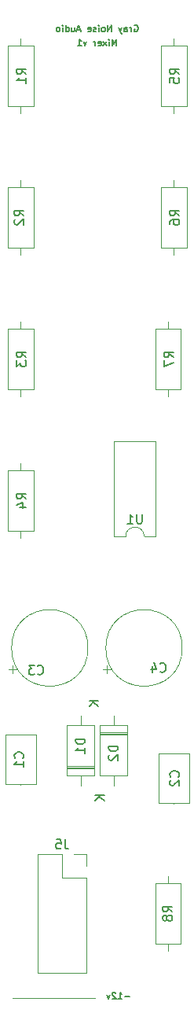
<source format=gbr>
%TF.GenerationSoftware,KiCad,Pcbnew,5.1.7-1.fc31*%
%TF.CreationDate,2021-04-20T15:52:53-04:00*%
%TF.ProjectId,4xmixer,34786d69-7865-4722-9e6b-696361645f70,rev?*%
%TF.SameCoordinates,Original*%
%TF.FileFunction,Legend,Bot*%
%TF.FilePolarity,Positive*%
%FSLAX46Y46*%
G04 Gerber Fmt 4.6, Leading zero omitted, Abs format (unit mm)*
G04 Created by KiCad (PCBNEW 5.1.7-1.fc31) date 2021-04-20 15:52:53*
%MOMM*%
%LPD*%
G01*
G04 APERTURE LIST*
%ADD10C,0.150000*%
%ADD11C,0.120000*%
G04 APERTURE END LIST*
D10*
X37626666Y-23430666D02*
X37626666Y-22730666D01*
X37393333Y-23230666D01*
X37160000Y-22730666D01*
X37160000Y-23430666D01*
X36826666Y-23430666D02*
X36826666Y-22964000D01*
X36826666Y-22730666D02*
X36860000Y-22764000D01*
X36826666Y-22797333D01*
X36793333Y-22764000D01*
X36826666Y-22730666D01*
X36826666Y-22797333D01*
X36560000Y-23430666D02*
X36193333Y-22964000D01*
X36560000Y-22964000D02*
X36193333Y-23430666D01*
X35660000Y-23397333D02*
X35726666Y-23430666D01*
X35860000Y-23430666D01*
X35926666Y-23397333D01*
X35960000Y-23330666D01*
X35960000Y-23064000D01*
X35926666Y-22997333D01*
X35860000Y-22964000D01*
X35726666Y-22964000D01*
X35660000Y-22997333D01*
X35626666Y-23064000D01*
X35626666Y-23130666D01*
X35960000Y-23197333D01*
X35326666Y-23430666D02*
X35326666Y-22964000D01*
X35326666Y-23097333D02*
X35293333Y-23030666D01*
X35260000Y-22997333D01*
X35193333Y-22964000D01*
X35126666Y-22964000D01*
X34426666Y-22964000D02*
X34260000Y-23430666D01*
X34093333Y-22964000D01*
X33460000Y-23430666D02*
X33860000Y-23430666D01*
X33660000Y-23430666D02*
X33660000Y-22730666D01*
X33726666Y-22830666D01*
X33793333Y-22897333D01*
X33860000Y-22930666D01*
X39560000Y-21240000D02*
X39626666Y-21206666D01*
X39726666Y-21206666D01*
X39826666Y-21240000D01*
X39893333Y-21306666D01*
X39926666Y-21373333D01*
X39960000Y-21506666D01*
X39960000Y-21606666D01*
X39926666Y-21740000D01*
X39893333Y-21806666D01*
X39826666Y-21873333D01*
X39726666Y-21906666D01*
X39660000Y-21906666D01*
X39560000Y-21873333D01*
X39526666Y-21840000D01*
X39526666Y-21606666D01*
X39660000Y-21606666D01*
X39226666Y-21906666D02*
X39226666Y-21440000D01*
X39226666Y-21573333D02*
X39193333Y-21506666D01*
X39160000Y-21473333D01*
X39093333Y-21440000D01*
X39026666Y-21440000D01*
X38493333Y-21906666D02*
X38493333Y-21540000D01*
X38526666Y-21473333D01*
X38593333Y-21440000D01*
X38726666Y-21440000D01*
X38793333Y-21473333D01*
X38493333Y-21873333D02*
X38560000Y-21906666D01*
X38726666Y-21906666D01*
X38793333Y-21873333D01*
X38826666Y-21806666D01*
X38826666Y-21740000D01*
X38793333Y-21673333D01*
X38726666Y-21640000D01*
X38560000Y-21640000D01*
X38493333Y-21606666D01*
X38226666Y-21440000D02*
X38060000Y-21906666D01*
X37893333Y-21440000D02*
X38060000Y-21906666D01*
X38126666Y-22073333D01*
X38160000Y-22106666D01*
X38226666Y-22140000D01*
X37093333Y-21906666D02*
X37093333Y-21206666D01*
X36693333Y-21906666D01*
X36693333Y-21206666D01*
X36260000Y-21906666D02*
X36326666Y-21873333D01*
X36360000Y-21840000D01*
X36393333Y-21773333D01*
X36393333Y-21573333D01*
X36360000Y-21506666D01*
X36326666Y-21473333D01*
X36260000Y-21440000D01*
X36160000Y-21440000D01*
X36093333Y-21473333D01*
X36060000Y-21506666D01*
X36026666Y-21573333D01*
X36026666Y-21773333D01*
X36060000Y-21840000D01*
X36093333Y-21873333D01*
X36160000Y-21906666D01*
X36260000Y-21906666D01*
X35726666Y-21906666D02*
X35726666Y-21440000D01*
X35726666Y-21206666D02*
X35760000Y-21240000D01*
X35726666Y-21273333D01*
X35693333Y-21240000D01*
X35726666Y-21206666D01*
X35726666Y-21273333D01*
X35426666Y-21873333D02*
X35360000Y-21906666D01*
X35226666Y-21906666D01*
X35160000Y-21873333D01*
X35126666Y-21806666D01*
X35126666Y-21773333D01*
X35160000Y-21706666D01*
X35226666Y-21673333D01*
X35326666Y-21673333D01*
X35393333Y-21640000D01*
X35426666Y-21573333D01*
X35426666Y-21540000D01*
X35393333Y-21473333D01*
X35326666Y-21440000D01*
X35226666Y-21440000D01*
X35160000Y-21473333D01*
X34560000Y-21873333D02*
X34626666Y-21906666D01*
X34760000Y-21906666D01*
X34826666Y-21873333D01*
X34860000Y-21806666D01*
X34860000Y-21540000D01*
X34826666Y-21473333D01*
X34760000Y-21440000D01*
X34626666Y-21440000D01*
X34560000Y-21473333D01*
X34526666Y-21540000D01*
X34526666Y-21606666D01*
X34860000Y-21673333D01*
X33726666Y-21706666D02*
X33393333Y-21706666D01*
X33793333Y-21906666D02*
X33560000Y-21206666D01*
X33326666Y-21906666D01*
X32793333Y-21440000D02*
X32793333Y-21906666D01*
X33093333Y-21440000D02*
X33093333Y-21806666D01*
X33060000Y-21873333D01*
X32993333Y-21906666D01*
X32893333Y-21906666D01*
X32826666Y-21873333D01*
X32793333Y-21840000D01*
X32160000Y-21906666D02*
X32160000Y-21206666D01*
X32160000Y-21873333D02*
X32226666Y-21906666D01*
X32360000Y-21906666D01*
X32426666Y-21873333D01*
X32460000Y-21840000D01*
X32493333Y-21773333D01*
X32493333Y-21573333D01*
X32460000Y-21506666D01*
X32426666Y-21473333D01*
X32360000Y-21440000D01*
X32226666Y-21440000D01*
X32160000Y-21473333D01*
X31826666Y-21906666D02*
X31826666Y-21440000D01*
X31826666Y-21206666D02*
X31860000Y-21240000D01*
X31826666Y-21273333D01*
X31793333Y-21240000D01*
X31826666Y-21206666D01*
X31826666Y-21273333D01*
X31393333Y-21906666D02*
X31460000Y-21873333D01*
X31493333Y-21840000D01*
X31526666Y-21773333D01*
X31526666Y-21573333D01*
X31493333Y-21506666D01*
X31460000Y-21473333D01*
X31393333Y-21440000D01*
X31293333Y-21440000D01*
X31226666Y-21473333D01*
X31193333Y-21506666D01*
X31160000Y-21573333D01*
X31160000Y-21773333D01*
X31193333Y-21840000D01*
X31226666Y-21873333D01*
X31293333Y-21906666D01*
X31393333Y-21906666D01*
X39046000Y-125780000D02*
X38512666Y-125780000D01*
X37812666Y-126046666D02*
X38212666Y-126046666D01*
X38012666Y-126046666D02*
X38012666Y-125346666D01*
X38079333Y-125446666D01*
X38146000Y-125513333D01*
X38212666Y-125546666D01*
X37546000Y-125413333D02*
X37512666Y-125380000D01*
X37446000Y-125346666D01*
X37279333Y-125346666D01*
X37212666Y-125380000D01*
X37179333Y-125413333D01*
X37146000Y-125480000D01*
X37146000Y-125546666D01*
X37179333Y-125646666D01*
X37579333Y-126046666D01*
X37146000Y-126046666D01*
X36912666Y-125580000D02*
X36746000Y-126046666D01*
X36579333Y-125580000D01*
D11*
X26416000Y-125984000D02*
X35306000Y-125984000D01*
%TO.C,U1*%
X40624000Y-76260000D02*
G75*
G03*
X38624000Y-76260000I-1000000J0D01*
G01*
X38624000Y-76260000D02*
X37374000Y-76260000D01*
X37374000Y-76260000D02*
X37374000Y-65980000D01*
X37374000Y-65980000D02*
X41874000Y-65980000D01*
X41874000Y-65980000D02*
X41874000Y-76260000D01*
X41874000Y-76260000D02*
X40624000Y-76260000D01*
%TO.C,R8*%
X44550000Y-120110000D02*
X41810000Y-120110000D01*
X41810000Y-120110000D02*
X41810000Y-113570000D01*
X41810000Y-113570000D02*
X44550000Y-113570000D01*
X44550000Y-113570000D02*
X44550000Y-120110000D01*
X43180000Y-120880000D02*
X43180000Y-120110000D01*
X43180000Y-112800000D02*
X43180000Y-113570000D01*
%TO.C,R7*%
X44550000Y-60420000D02*
X41810000Y-60420000D01*
X41810000Y-60420000D02*
X41810000Y-53880000D01*
X41810000Y-53880000D02*
X44550000Y-53880000D01*
X44550000Y-53880000D02*
X44550000Y-60420000D01*
X43180000Y-61190000D02*
X43180000Y-60420000D01*
X43180000Y-53110000D02*
X43180000Y-53880000D01*
%TO.C,R6*%
X45185000Y-45180000D02*
X42445000Y-45180000D01*
X42445000Y-45180000D02*
X42445000Y-38640000D01*
X42445000Y-38640000D02*
X45185000Y-38640000D01*
X45185000Y-38640000D02*
X45185000Y-45180000D01*
X43815000Y-45950000D02*
X43815000Y-45180000D01*
X43815000Y-37870000D02*
X43815000Y-38640000D01*
%TO.C,R5*%
X45185000Y-29940000D02*
X42445000Y-29940000D01*
X42445000Y-29940000D02*
X42445000Y-23400000D01*
X42445000Y-23400000D02*
X45185000Y-23400000D01*
X45185000Y-23400000D02*
X45185000Y-29940000D01*
X43815000Y-30710000D02*
X43815000Y-29940000D01*
X43815000Y-22630000D02*
X43815000Y-23400000D01*
%TO.C,R4*%
X28675000Y-75660000D02*
X25935000Y-75660000D01*
X25935000Y-75660000D02*
X25935000Y-69120000D01*
X25935000Y-69120000D02*
X28675000Y-69120000D01*
X28675000Y-69120000D02*
X28675000Y-75660000D01*
X27305000Y-76430000D02*
X27305000Y-75660000D01*
X27305000Y-68350000D02*
X27305000Y-69120000D01*
%TO.C,R3*%
X28675000Y-60420000D02*
X25935000Y-60420000D01*
X25935000Y-60420000D02*
X25935000Y-53880000D01*
X25935000Y-53880000D02*
X28675000Y-53880000D01*
X28675000Y-53880000D02*
X28675000Y-60420000D01*
X27305000Y-61190000D02*
X27305000Y-60420000D01*
X27305000Y-53110000D02*
X27305000Y-53880000D01*
%TO.C,R2*%
X28675000Y-45180000D02*
X25935000Y-45180000D01*
X25935000Y-45180000D02*
X25935000Y-38640000D01*
X25935000Y-38640000D02*
X28675000Y-38640000D01*
X28675000Y-38640000D02*
X28675000Y-45180000D01*
X27305000Y-45950000D02*
X27305000Y-45180000D01*
X27305000Y-37870000D02*
X27305000Y-38640000D01*
%TO.C,R1*%
X28675000Y-29940000D02*
X25935000Y-29940000D01*
X25935000Y-29940000D02*
X25935000Y-23400000D01*
X25935000Y-23400000D02*
X28675000Y-23400000D01*
X28675000Y-23400000D02*
X28675000Y-29940000D01*
X27305000Y-30710000D02*
X27305000Y-29940000D01*
X27305000Y-22630000D02*
X27305000Y-23400000D01*
%TO.C,J5*%
X34350000Y-123250000D02*
X29150000Y-123250000D01*
X34350000Y-113030000D02*
X34350000Y-123250000D01*
X29150000Y-110430000D02*
X29150000Y-123250000D01*
X34350000Y-113030000D02*
X31750000Y-113030000D01*
X31750000Y-113030000D02*
X31750000Y-110430000D01*
X31750000Y-110430000D02*
X29150000Y-110430000D01*
X34350000Y-111760000D02*
X34350000Y-110430000D01*
X34350000Y-110430000D02*
X33020000Y-110430000D01*
%TO.C,D2*%
X35868000Y-96594000D02*
X38808000Y-96594000D01*
X38808000Y-96594000D02*
X38808000Y-102034000D01*
X38808000Y-102034000D02*
X35868000Y-102034000D01*
X35868000Y-102034000D02*
X35868000Y-96594000D01*
X37338000Y-95574000D02*
X37338000Y-96594000D01*
X37338000Y-103054000D02*
X37338000Y-102034000D01*
X35868000Y-97494000D02*
X38808000Y-97494000D01*
X35868000Y-97614000D02*
X38808000Y-97614000D01*
X35868000Y-97374000D02*
X38808000Y-97374000D01*
%TO.C,D1*%
X35252000Y-102034000D02*
X32312000Y-102034000D01*
X32312000Y-102034000D02*
X32312000Y-96594000D01*
X32312000Y-96594000D02*
X35252000Y-96594000D01*
X35252000Y-96594000D02*
X35252000Y-102034000D01*
X33782000Y-103054000D02*
X33782000Y-102034000D01*
X33782000Y-95574000D02*
X33782000Y-96594000D01*
X35252000Y-101134000D02*
X32312000Y-101134000D01*
X35252000Y-101014000D02*
X32312000Y-101014000D01*
X35252000Y-101254000D02*
X32312000Y-101254000D01*
%TO.C,C4*%
X44720000Y-88265000D02*
G75*
G03*
X44720000Y-88265000I-4120000J0D01*
G01*
X36190302Y-90580000D02*
X36990302Y-90580000D01*
X36590302Y-90980000D02*
X36590302Y-90180000D01*
%TO.C,C3*%
X34560000Y-88265000D02*
G75*
G03*
X34560000Y-88265000I-4120000J0D01*
G01*
X26030302Y-90580000D02*
X26830302Y-90580000D01*
X26430302Y-90980000D02*
X26430302Y-90180000D01*
%TO.C,C2*%
X45485000Y-104965000D02*
X42145000Y-104965000D01*
X42145000Y-104965000D02*
X42145000Y-99625000D01*
X42145000Y-99625000D02*
X45485000Y-99625000D01*
X45485000Y-99625000D02*
X45485000Y-104965000D01*
X43815000Y-105005000D02*
X43815000Y-104965000D01*
X43815000Y-99585000D02*
X43815000Y-99625000D01*
%TO.C,C1*%
X25635000Y-97600000D02*
X28975000Y-97600000D01*
X28975000Y-97600000D02*
X28975000Y-102940000D01*
X28975000Y-102940000D02*
X25635000Y-102940000D01*
X25635000Y-102940000D02*
X25635000Y-97600000D01*
X27305000Y-97560000D02*
X27305000Y-97600000D01*
X27305000Y-102980000D02*
X27305000Y-102940000D01*
%TO.C,U1*%
D10*
X40385904Y-73874380D02*
X40385904Y-74683904D01*
X40338285Y-74779142D01*
X40290666Y-74826761D01*
X40195428Y-74874380D01*
X40004952Y-74874380D01*
X39909714Y-74826761D01*
X39862095Y-74779142D01*
X39814476Y-74683904D01*
X39814476Y-73874380D01*
X38814476Y-74874380D02*
X39385904Y-74874380D01*
X39100190Y-74874380D02*
X39100190Y-73874380D01*
X39195428Y-74017238D01*
X39290666Y-74112476D01*
X39385904Y-74160095D01*
%TO.C,R8*%
X43632380Y-116673333D02*
X43156190Y-116340000D01*
X43632380Y-116101904D02*
X42632380Y-116101904D01*
X42632380Y-116482857D01*
X42680000Y-116578095D01*
X42727619Y-116625714D01*
X42822857Y-116673333D01*
X42965714Y-116673333D01*
X43060952Y-116625714D01*
X43108571Y-116578095D01*
X43156190Y-116482857D01*
X43156190Y-116101904D01*
X43060952Y-117244761D02*
X43013333Y-117149523D01*
X42965714Y-117101904D01*
X42870476Y-117054285D01*
X42822857Y-117054285D01*
X42727619Y-117101904D01*
X42680000Y-117149523D01*
X42632380Y-117244761D01*
X42632380Y-117435238D01*
X42680000Y-117530476D01*
X42727619Y-117578095D01*
X42822857Y-117625714D01*
X42870476Y-117625714D01*
X42965714Y-117578095D01*
X43013333Y-117530476D01*
X43060952Y-117435238D01*
X43060952Y-117244761D01*
X43108571Y-117149523D01*
X43156190Y-117101904D01*
X43251428Y-117054285D01*
X43441904Y-117054285D01*
X43537142Y-117101904D01*
X43584761Y-117149523D01*
X43632380Y-117244761D01*
X43632380Y-117435238D01*
X43584761Y-117530476D01*
X43537142Y-117578095D01*
X43441904Y-117625714D01*
X43251428Y-117625714D01*
X43156190Y-117578095D01*
X43108571Y-117530476D01*
X43060952Y-117435238D01*
%TO.C,R7*%
X43759380Y-56983333D02*
X43283190Y-56650000D01*
X43759380Y-56411904D02*
X42759380Y-56411904D01*
X42759380Y-56792857D01*
X42807000Y-56888095D01*
X42854619Y-56935714D01*
X42949857Y-56983333D01*
X43092714Y-56983333D01*
X43187952Y-56935714D01*
X43235571Y-56888095D01*
X43283190Y-56792857D01*
X43283190Y-56411904D01*
X42759380Y-57316666D02*
X42759380Y-57983333D01*
X43759380Y-57554761D01*
%TO.C,R6*%
X44394380Y-41743333D02*
X43918190Y-41410000D01*
X44394380Y-41171904D02*
X43394380Y-41171904D01*
X43394380Y-41552857D01*
X43442000Y-41648095D01*
X43489619Y-41695714D01*
X43584857Y-41743333D01*
X43727714Y-41743333D01*
X43822952Y-41695714D01*
X43870571Y-41648095D01*
X43918190Y-41552857D01*
X43918190Y-41171904D01*
X43394380Y-42600476D02*
X43394380Y-42410000D01*
X43442000Y-42314761D01*
X43489619Y-42267142D01*
X43632476Y-42171904D01*
X43822952Y-42124285D01*
X44203904Y-42124285D01*
X44299142Y-42171904D01*
X44346761Y-42219523D01*
X44394380Y-42314761D01*
X44394380Y-42505238D01*
X44346761Y-42600476D01*
X44299142Y-42648095D01*
X44203904Y-42695714D01*
X43965809Y-42695714D01*
X43870571Y-42648095D01*
X43822952Y-42600476D01*
X43775333Y-42505238D01*
X43775333Y-42314761D01*
X43822952Y-42219523D01*
X43870571Y-42171904D01*
X43965809Y-42124285D01*
%TO.C,R5*%
X44394380Y-26503333D02*
X43918190Y-26170000D01*
X44394380Y-25931904D02*
X43394380Y-25931904D01*
X43394380Y-26312857D01*
X43442000Y-26408095D01*
X43489619Y-26455714D01*
X43584857Y-26503333D01*
X43727714Y-26503333D01*
X43822952Y-26455714D01*
X43870571Y-26408095D01*
X43918190Y-26312857D01*
X43918190Y-25931904D01*
X43394380Y-27408095D02*
X43394380Y-26931904D01*
X43870571Y-26884285D01*
X43822952Y-26931904D01*
X43775333Y-27027142D01*
X43775333Y-27265238D01*
X43822952Y-27360476D01*
X43870571Y-27408095D01*
X43965809Y-27455714D01*
X44203904Y-27455714D01*
X44299142Y-27408095D01*
X44346761Y-27360476D01*
X44394380Y-27265238D01*
X44394380Y-27027142D01*
X44346761Y-26931904D01*
X44299142Y-26884285D01*
%TO.C,R4*%
X27884380Y-72223333D02*
X27408190Y-71890000D01*
X27884380Y-71651904D02*
X26884380Y-71651904D01*
X26884380Y-72032857D01*
X26932000Y-72128095D01*
X26979619Y-72175714D01*
X27074857Y-72223333D01*
X27217714Y-72223333D01*
X27312952Y-72175714D01*
X27360571Y-72128095D01*
X27408190Y-72032857D01*
X27408190Y-71651904D01*
X27217714Y-73080476D02*
X27884380Y-73080476D01*
X26836761Y-72842380D02*
X27551047Y-72604285D01*
X27551047Y-73223333D01*
%TO.C,R3*%
X27884380Y-56983333D02*
X27408190Y-56650000D01*
X27884380Y-56411904D02*
X26884380Y-56411904D01*
X26884380Y-56792857D01*
X26932000Y-56888095D01*
X26979619Y-56935714D01*
X27074857Y-56983333D01*
X27217714Y-56983333D01*
X27312952Y-56935714D01*
X27360571Y-56888095D01*
X27408190Y-56792857D01*
X27408190Y-56411904D01*
X26884380Y-57316666D02*
X26884380Y-57935714D01*
X27265333Y-57602380D01*
X27265333Y-57745238D01*
X27312952Y-57840476D01*
X27360571Y-57888095D01*
X27455809Y-57935714D01*
X27693904Y-57935714D01*
X27789142Y-57888095D01*
X27836761Y-57840476D01*
X27884380Y-57745238D01*
X27884380Y-57459523D01*
X27836761Y-57364285D01*
X27789142Y-57316666D01*
%TO.C,R2*%
X27630380Y-41743333D02*
X27154190Y-41410000D01*
X27630380Y-41171904D02*
X26630380Y-41171904D01*
X26630380Y-41552857D01*
X26678000Y-41648095D01*
X26725619Y-41695714D01*
X26820857Y-41743333D01*
X26963714Y-41743333D01*
X27058952Y-41695714D01*
X27106571Y-41648095D01*
X27154190Y-41552857D01*
X27154190Y-41171904D01*
X26725619Y-42124285D02*
X26678000Y-42171904D01*
X26630380Y-42267142D01*
X26630380Y-42505238D01*
X26678000Y-42600476D01*
X26725619Y-42648095D01*
X26820857Y-42695714D01*
X26916095Y-42695714D01*
X27058952Y-42648095D01*
X27630380Y-42076666D01*
X27630380Y-42695714D01*
%TO.C,R1*%
X27884380Y-26503333D02*
X27408190Y-26170000D01*
X27884380Y-25931904D02*
X26884380Y-25931904D01*
X26884380Y-26312857D01*
X26932000Y-26408095D01*
X26979619Y-26455714D01*
X27074857Y-26503333D01*
X27217714Y-26503333D01*
X27312952Y-26455714D01*
X27360571Y-26408095D01*
X27408190Y-26312857D01*
X27408190Y-25931904D01*
X27884380Y-27455714D02*
X27884380Y-26884285D01*
X27884380Y-27170000D02*
X26884380Y-27170000D01*
X27027238Y-27074761D01*
X27122476Y-26979523D01*
X27170095Y-26884285D01*
%TO.C,J5*%
X32083333Y-108882380D02*
X32083333Y-109596666D01*
X32130952Y-109739523D01*
X32226190Y-109834761D01*
X32369047Y-109882380D01*
X32464285Y-109882380D01*
X31130952Y-108882380D02*
X31607142Y-108882380D01*
X31654761Y-109358571D01*
X31607142Y-109310952D01*
X31511904Y-109263333D01*
X31273809Y-109263333D01*
X31178571Y-109310952D01*
X31130952Y-109358571D01*
X31083333Y-109453809D01*
X31083333Y-109691904D01*
X31130952Y-109787142D01*
X31178571Y-109834761D01*
X31273809Y-109882380D01*
X31511904Y-109882380D01*
X31607142Y-109834761D01*
X31654761Y-109787142D01*
%TO.C,D2*%
X37790380Y-98829904D02*
X36790380Y-98829904D01*
X36790380Y-99068000D01*
X36838000Y-99210857D01*
X36933238Y-99306095D01*
X37028476Y-99353714D01*
X37218952Y-99401333D01*
X37361809Y-99401333D01*
X37552285Y-99353714D01*
X37647523Y-99306095D01*
X37742761Y-99210857D01*
X37790380Y-99068000D01*
X37790380Y-98829904D01*
X36885619Y-99782285D02*
X36838000Y-99829904D01*
X36790380Y-99925142D01*
X36790380Y-100163238D01*
X36838000Y-100258476D01*
X36885619Y-100306095D01*
X36980857Y-100353714D01*
X37076095Y-100353714D01*
X37218952Y-100306095D01*
X37790380Y-99734666D01*
X37790380Y-100353714D01*
X35690380Y-93972095D02*
X34690380Y-93972095D01*
X35690380Y-94543523D02*
X35118952Y-94114952D01*
X34690380Y-94543523D02*
X35261809Y-93972095D01*
%TO.C,D1*%
X34234380Y-98067904D02*
X33234380Y-98067904D01*
X33234380Y-98306000D01*
X33282000Y-98448857D01*
X33377238Y-98544095D01*
X33472476Y-98591714D01*
X33662952Y-98639333D01*
X33805809Y-98639333D01*
X33996285Y-98591714D01*
X34091523Y-98544095D01*
X34186761Y-98448857D01*
X34234380Y-98306000D01*
X34234380Y-98067904D01*
X34234380Y-99591714D02*
X34234380Y-99020285D01*
X34234380Y-99306000D02*
X33234380Y-99306000D01*
X33377238Y-99210761D01*
X33472476Y-99115523D01*
X33520095Y-99020285D01*
X36334380Y-104132095D02*
X35334380Y-104132095D01*
X36334380Y-104703523D02*
X35762952Y-104274952D01*
X35334380Y-104703523D02*
X35905809Y-104132095D01*
%TO.C,C4*%
X42330666Y-90781142D02*
X42378285Y-90828761D01*
X42521142Y-90876380D01*
X42616380Y-90876380D01*
X42759238Y-90828761D01*
X42854476Y-90733523D01*
X42902095Y-90638285D01*
X42949714Y-90447809D01*
X42949714Y-90304952D01*
X42902095Y-90114476D01*
X42854476Y-90019238D01*
X42759238Y-89924000D01*
X42616380Y-89876380D01*
X42521142Y-89876380D01*
X42378285Y-89924000D01*
X42330666Y-89971619D01*
X41473523Y-90209714D02*
X41473523Y-90876380D01*
X41711619Y-89828761D02*
X41949714Y-90543047D01*
X41330666Y-90543047D01*
%TO.C,C3*%
X29122666Y-91035142D02*
X29170285Y-91082761D01*
X29313142Y-91130380D01*
X29408380Y-91130380D01*
X29551238Y-91082761D01*
X29646476Y-90987523D01*
X29694095Y-90892285D01*
X29741714Y-90701809D01*
X29741714Y-90558952D01*
X29694095Y-90368476D01*
X29646476Y-90273238D01*
X29551238Y-90178000D01*
X29408380Y-90130380D01*
X29313142Y-90130380D01*
X29170285Y-90178000D01*
X29122666Y-90225619D01*
X28789333Y-90130380D02*
X28170285Y-90130380D01*
X28503619Y-90511333D01*
X28360761Y-90511333D01*
X28265523Y-90558952D01*
X28217904Y-90606571D01*
X28170285Y-90701809D01*
X28170285Y-90939904D01*
X28217904Y-91035142D01*
X28265523Y-91082761D01*
X28360761Y-91130380D01*
X28646476Y-91130380D01*
X28741714Y-91082761D01*
X28789333Y-91035142D01*
%TO.C,C2*%
X44299142Y-102128333D02*
X44346761Y-102080714D01*
X44394380Y-101937857D01*
X44394380Y-101842619D01*
X44346761Y-101699761D01*
X44251523Y-101604523D01*
X44156285Y-101556904D01*
X43965809Y-101509285D01*
X43822952Y-101509285D01*
X43632476Y-101556904D01*
X43537238Y-101604523D01*
X43442000Y-101699761D01*
X43394380Y-101842619D01*
X43394380Y-101937857D01*
X43442000Y-102080714D01*
X43489619Y-102128333D01*
X43489619Y-102509285D02*
X43442000Y-102556904D01*
X43394380Y-102652142D01*
X43394380Y-102890238D01*
X43442000Y-102985476D01*
X43489619Y-103033095D01*
X43584857Y-103080714D01*
X43680095Y-103080714D01*
X43822952Y-103033095D01*
X44394380Y-102461666D01*
X44394380Y-103080714D01*
%TO.C,C1*%
X27535142Y-100103333D02*
X27582761Y-100055714D01*
X27630380Y-99912857D01*
X27630380Y-99817619D01*
X27582761Y-99674761D01*
X27487523Y-99579523D01*
X27392285Y-99531904D01*
X27201809Y-99484285D01*
X27058952Y-99484285D01*
X26868476Y-99531904D01*
X26773238Y-99579523D01*
X26678000Y-99674761D01*
X26630380Y-99817619D01*
X26630380Y-99912857D01*
X26678000Y-100055714D01*
X26725619Y-100103333D01*
X27630380Y-101055714D02*
X27630380Y-100484285D01*
X27630380Y-100770000D02*
X26630380Y-100770000D01*
X26773238Y-100674761D01*
X26868476Y-100579523D01*
X26916095Y-100484285D01*
%TD*%
M02*

</source>
